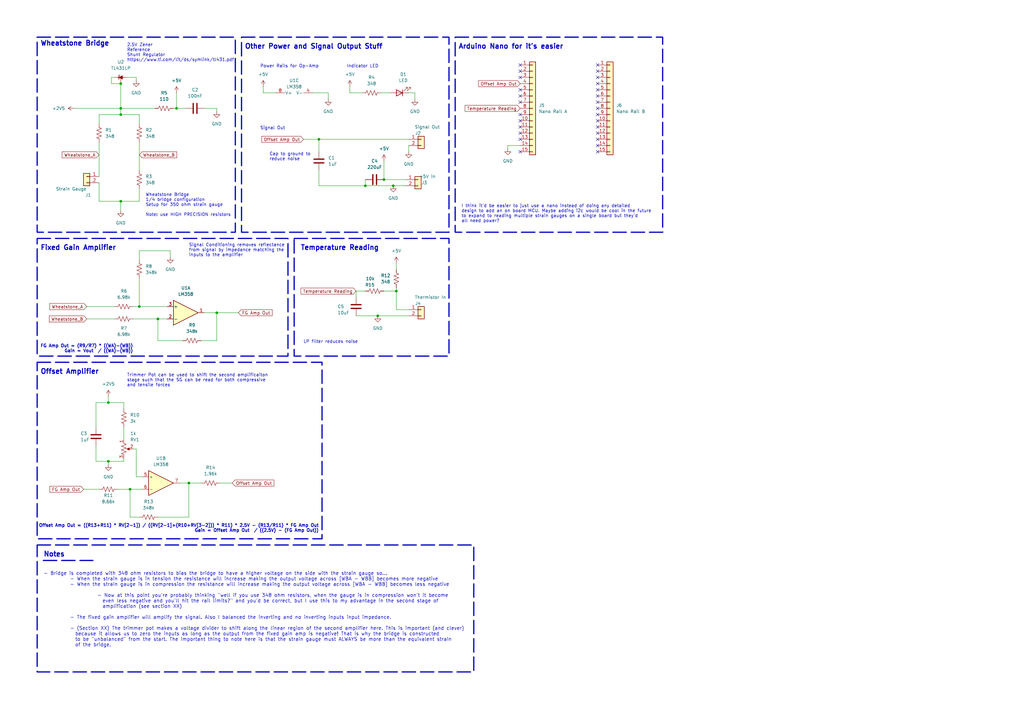
<source format=kicad_sch>
(kicad_sch (version 20230121) (generator eeschema)
  (paper "A3")
  (lib_symbols
    (symbol "Amplifier_Operational:LM358" (pin_names (offset 0.127))
      (property "Reference" "U" (at 0 5.08 0))
      (property "Value" "LM358" (at 0 -5.08 0))
      (symbol "LM358_1_1"
        (polyline (pts (xy -5.08 5.08) (xy 5.08 0) (xy -5.08 -5.08) (xy -5.08 5.08)) (stroke (width 0.254)) (fill (type background)))
        (pin output line (at 7.62 0 180) (length 2.54) (name "~") (number "1"))
        (pin input line (at -7.62 -2.54 0) (length 2.54) (name "-") (number "2"))
        (pin input line (at -7.62 2.54 0) (length 2.54) (name "+") (number "3"))
      )
      (symbol "LM358_2_1"
        (polyline (pts (xy -5.08 5.08) (xy 5.08 0) (xy -5.08 -5.08) (xy -5.08 5.08)) (stroke (width 0.254)) (fill (type background)))
        (pin input line (at -7.62 2.54 0) (length 2.54) (name "+") (number "5"))
        (pin input line (at -7.62 -2.54 0) (length 2.54) (name "-") (number "6"))
        (pin output line (at 7.62 0 180) (length 2.54) (name "~") (number "7"))
      )
      (symbol "LM358_3_1"
        (pin power_in line (at -2.54 -7.62 90) (length 3.81) (name "V-") (number "4"))
        (pin power_in line (at -2.54 7.62 270) (length 3.81) (name "V+") (number "8"))
      )
    )
    (symbol "Connector_Generic:Conn_01x02" (pin_names (offset 1.016) hide)
      (property "Reference" "J" (at 0 2.54 0))
      (property "Value" "Conn_01x02" (at 0 -5.08 0))
      (symbol "Conn_01x02_1_1"
        (rectangle (start -1.27 -2.413) (end 0 -2.667) (stroke (width 0.1524)))
        (rectangle (start -1.27 0.127) (end 0 -0.127) (stroke (width 0.1524)))
        (rectangle (start -1.27 1.27) (end 1.27 -3.81) (stroke (width 0.254)) (fill (type background)))
        (pin passive line (at -5.08 0 0) (length 3.81) (name "Pin_1") (number "1"))
        (pin passive line (at -5.08 -2.54 0) (length 3.81) (name "Pin_2") (number "2"))
      )
    )
    (symbol "Connector_Generic:Conn_01x15" (pin_names (offset 1.016) hide)
      (property "Reference" "J" (at 0 20.32 0))
      (property "Value" "Conn_01x15" (at 0 -20.32 0))
      (symbol "Conn_01x15_1_1"
        (rectangle (start -1.27 -17.653) (end 0 -17.907) (stroke (width 0.1524)))
        (rectangle (start -1.27 -15.113) (end 0 -15.367) (stroke (width 0.1524)))
        (rectangle (start -1.27 -12.573) (end 0 -12.827) (stroke (width 0.1524)))
        (rectangle (start -1.27 -10.033) (end 0 -10.287) (stroke (width 0.1524)))
        (rectangle (start -1.27 -7.493) (end 0 -7.747) (stroke (width 0.1524)))
        (rectangle (start -1.27 -4.953) (end 0 -5.207) (stroke (width 0.1524)))
        (rectangle (start -1.27 -2.413) (end 0 -2.667) (stroke (width 0.1524)))
        (rectangle (start -1.27 0.127) (end 0 -0.127) (stroke (width 0.1524)))
        (rectangle (start -1.27 2.667) (end 0 2.413) (stroke (width 0.1524)))
        (rectangle (start -1.27 5.207) (end 0 4.953) (stroke (width 0.1524)))
        (rectangle (start -1.27 7.747) (end 0 7.493) (stroke (width 0.1524)))
        (rectangle (start -1.27 10.287) (end 0 10.033) (stroke (width 0.1524)))
        (rectangle (start -1.27 12.827) (end 0 12.573) (stroke (width 0.1524)))
        (rectangle (start -1.27 15.367) (end 0 15.113) (stroke (width 0.1524)))
        (rectangle (start -1.27 17.907) (end 0 17.653) (stroke (width 0.1524)))
        (rectangle (start -1.27 19.05) (end 1.27 -19.05) (stroke (width 0.254)) (fill (type background)))
        (pin passive line (at -5.08 17.78 0) (length 3.81) (name "Pin_1") (number "1"))
        (pin passive line (at -5.08 -5.08 0) (length 3.81) (name "Pin_10") (number "10"))
        (pin passive line (at -5.08 -7.62 0) (length 3.81) (name "Pin_11") (number "11"))
        (pin passive line (at -5.08 -10.16 0) (length 3.81) (name "Pin_12") (number "12"))
        (pin passive line (at -5.08 -12.7 0) (length 3.81) (name "Pin_13") (number "13"))
        (pin passive line (at -5.08 -15.24 0) (length 3.81) (name "Pin_14") (number "14"))
        (pin passive line (at -5.08 -17.78 0) (length 3.81) (name "Pin_15") (number "15"))
        (pin passive line (at -5.08 15.24 0) (length 3.81) (name "Pin_2") (number "2"))
        (pin passive line (at -5.08 12.7 0) (length 3.81) (name "Pin_3") (number "3"))
        (pin passive line (at -5.08 10.16 0) (length 3.81) (name "Pin_4") (number "4"))
        (pin passive line (at -5.08 7.62 0) (length 3.81) (name "Pin_5") (number "5"))
        (pin passive line (at -5.08 5.08 0) (length 3.81) (name "Pin_6") (number "6"))
        (pin passive line (at -5.08 2.54 0) (length 3.81) (name "Pin_7") (number "7"))
        (pin passive line (at -5.08 0 0) (length 3.81) (name "Pin_8") (number "8"))
        (pin passive line (at -5.08 -2.54 0) (length 3.81) (name "Pin_9") (number "9"))
      )
    )
    (symbol "Device:C" (pin_numbers hide) (pin_names (offset 0.254))
      (property "Reference" "C" (at 0.635 2.54 0))
      (property "Value" "C" (at 0.635 -2.54 0))
      (symbol "C_0_1"
        (polyline (pts (xy -2.032 -0.762) (xy 2.032 -0.762)) (stroke (width 0.508)))
        (polyline (pts (xy -2.032 0.762) (xy 2.032 0.762)) (stroke (width 0.508)))
      )
      (symbol "C_1_1"
        (pin passive line (at 0 3.81 270) (length 2.794) (name "~") (number "1"))
        (pin passive line (at 0 -3.81 90) (length 2.794) (name "~") (number "2"))
      )
    )
    (symbol "Device:LED" (pin_numbers hide) (pin_names (offset 1.016) hide)
      (property "Reference" "D" (at 0 2.54 0))
      (property "Value" "LED" (at 0 -2.54 0))
      (symbol "LED_0_1"
        (polyline (pts (xy -1.27 -1.27) (xy -1.27 1.27)) (stroke (width 0.254)))
        (polyline (pts (xy -1.27 0) (xy 1.27 0)))
        (polyline (pts (xy 1.27 -1.27) (xy 1.27 1.27) (xy -1.27 0) (xy 1.27 -1.27)) (stroke (width 0.254)))
        (polyline (pts (xy -3.048 -0.762) (xy -4.572 -2.286) (xy -3.81 -2.286) (xy -4.572 -2.286) (xy -4.572 -1.524)))
        (polyline (pts (xy -1.778 -0.762) (xy -3.302 -2.286) (xy -2.54 -2.286) (xy -3.302 -2.286) (xy -3.302 -1.524)))
      )
      (symbol "LED_1_1"
        (pin passive line (at -3.81 0 0) (length 2.54) (name "K") (number "1"))
        (pin passive line (at 3.81 0 180) (length 2.54) (name "A") (number "2"))
      )
    )
    (symbol "Device:R_Potentiometer_US" (pin_names (offset 1.016) hide)
      (property "Reference" "RV" (at -4.445 0 90))
      (property "Value" "R_Potentiometer_US" (at -2.54 0 90))
      (symbol "R_Potentiometer_US_0_1"
        (polyline (pts (xy 0 -2.286) (xy 0 -2.54)))
        (polyline (pts (xy 0 2.54) (xy 0 2.286)))
        (polyline (pts (xy 2.54 0) (xy 1.524 0)))
        (polyline (pts (xy 1.143 0) (xy 2.286 0.508) (xy 2.286 -0.508) (xy 1.143 0)) (fill (type outline)))
        (polyline (pts (xy 0 -0.762) (xy 1.016 -1.143) (xy 0 -1.524) (xy -1.016 -1.905) (xy 0 -2.286)))
        (polyline (pts (xy 0 0.762) (xy 1.016 0.381) (xy 0 0) (xy -1.016 -0.381) (xy 0 -0.762)))
        (polyline (pts (xy 0 2.286) (xy 1.016 1.905) (xy 0 1.524) (xy -1.016 1.143) (xy 0 0.762)))
      )
      (symbol "R_Potentiometer_US_1_1"
        (pin passive line (at 0 3.81 270) (length 1.27) (name "1") (number "1"))
        (pin passive line (at 3.81 0 180) (length 1.27) (name "2") (number "2"))
        (pin passive line (at 0 -3.81 90) (length 1.27) (name "3") (number "3"))
      )
    )
    (symbol "Device:R_US" (pin_numbers hide) (pin_names (offset 0))
      (property "Reference" "R" (at 2.54 0 90))
      (property "Value" "R_US" (at -2.54 0 90))
      (symbol "R_US_0_1"
        (polyline (pts (xy 0 -2.286) (xy 0 -2.54)))
        (polyline (pts (xy 0 2.286) (xy 0 2.54)))
        (polyline (pts (xy 0 -0.762) (xy 1.016 -1.143) (xy 0 -1.524) (xy -1.016 -1.905) (xy 0 -2.286)))
        (polyline (pts (xy 0 0.762) (xy 1.016 0.381) (xy 0 0) (xy -1.016 -0.381) (xy 0 -0.762)))
        (polyline (pts (xy 0 2.286) (xy 1.016 1.905) (xy 0 1.524) (xy -1.016 1.143) (xy 0 0.762)))
      )
      (symbol "R_US_1_1"
        (pin passive line (at 0 3.81 270) (length 1.27) (name "~") (number "1"))
        (pin passive line (at 0 -3.81 90) (length 1.27) (name "~") (number "2"))
      )
    )
    (symbol "Reference_Voltage:TL431LP" (pin_numbers hide) (pin_names hide)
      (property "Reference" "U" (at -2.54 2.54 0))
      (property "Value" "TL431LP" (at 0 -2.54 0))
      (symbol "TL431LP_0_1"
        (polyline (pts (xy -1.27 0) (xy 0 0) (xy 1.27 0)))
        (polyline (pts (xy -0.762 0.762) (xy 0.762 0) (xy -0.762 -0.762)) (fill (type outline)))
        (polyline (pts (xy 0.508 -1.016) (xy 0.762 -0.762) (xy 0.762 0.762) (xy 0.762 0.762)) (stroke (width 0.254)))
      )
      (symbol "TL431LP_1_1"
        (pin passive line (at 0 2.54 270) (length 2.54) (name "REF") (number "1"))
        (pin passive line (at -2.54 0 0) (length 2.54) (name "A") (number "2"))
        (pin passive line (at 2.54 0 180) (length 2.54) (name "K") (number "3"))
      )
    )
    (symbol "power:+2V5" (power) (pin_names (offset 0))
      (property "Value" "+2V5" (at 0 3.556 0))
      (symbol "+2V5_0_1"
        (polyline (pts (xy -0.762 1.27) (xy 0 2.54)))
        (polyline (pts (xy 0 0) (xy 0 2.54)))
        (polyline (pts (xy 0 2.54) (xy 0.762 1.27)))
      )
      (symbol "+2V5_1_1"
        (pin power_in line (at 0 0 90) (length 0) hide (name "+2V5") (number "1"))
      )
    )
    (symbol "power:+5V" (power) (pin_names (offset 0))
      (property "Value" "+5V" (at 0 3.556 0))
      (symbol "+5V_0_1"
        (polyline (pts (xy -0.762 1.27) (xy 0 2.54)))
        (polyline (pts (xy 0 0) (xy 0 2.54)))
        (polyline (pts (xy 0 2.54) (xy 0.762 1.27)))
      )
      (symbol "+5V_1_1"
        (pin power_in line (at 0 0 90) (length 0) hide (name "+5V") (number "1"))
      )
    )
    (symbol "power:GND" (power) (pin_names (offset 0))
      (property "Value" "GND" (at 0 -3.81 0))
      (symbol "GND_0_1"
        (polyline (pts (xy 0 0) (xy 0 -1.27) (xy 1.27 -1.27) (xy 0 -2.54) (xy -1.27 -1.27) (xy 0 -1.27)))
      )
      (symbol "GND_1_1"
        (pin power_in line (at 0 0 270) (length 0) hide (name "GND") (number "1"))
      )
    )
  )
  (junction (at 49.53 46.99))
  (junction (at 88.9 128.27))
  (junction (at 154.94 129.54))
  (junction (at 57.15 125.73))
  (junction (at 49.53 34.29))
  (junction (at 149.86 76.2))
  (junction (at 162.56 119.38))
  (junction (at 44.45 189.23))
  (junction (at 64.77 130.81))
  (junction (at 44.45 165.1))
  (junction (at 49.53 44.45))
  (junction (at 53.34 200.66))
  (junction (at 77.47 198.12))
  (junction (at 161.29 76.2))
  (junction (at 49.53 82.55))
  (junction (at 157.48 73.66))
  (junction (at 72.39 44.45))
  (junction (at 130.81 57.15))
  (no_connect (at 245.11 44.45))
  (no_connect (at 213.36 49.53))
  (no_connect (at 245.11 41.91))
  (no_connect (at 213.36 62.23))
  (no_connect (at 213.36 36.83))
  (no_connect (at 213.36 26.67))
  (no_connect (at 245.11 62.23))
  (no_connect (at 213.36 39.37))
  (no_connect (at 245.11 49.53))
  (no_connect (at 213.36 54.61))
  (no_connect (at 245.11 31.75))
  (no_connect (at 213.36 46.99))
  (no_connect (at 245.11 59.69))
  (no_connect (at 245.11 29.21))
  (no_connect (at 245.11 57.15))
  (no_connect (at 245.11 54.61))
  (no_connect (at 213.36 29.21))
  (no_connect (at 245.11 39.37))
  (no_connect (at 245.11 46.99))
  (no_connect (at 245.11 26.67))
  (no_connect (at 245.11 36.83))
  (no_connect (at 213.36 41.91))
  (no_connect (at 213.36 52.07))
  (no_connect (at 245.11 52.07))
  (no_connect (at 213.36 57.15))
  (no_connect (at 245.11 34.29))
  (no_connect (at 213.36 31.75))
  (wire (pts (xy 162.56 107.95) (xy 162.56 110.49)))
  (wire (pts (xy 130.81 57.15) (xy 130.81 62.23)))
  (wire (pts (xy 143.51 35.56) (xy 143.51 38.1)))
  (wire (pts (xy 167.64 59.69) (xy 167.64 62.23)))
  (wire (pts (xy 53.34 200.66) (xy 58.42 200.66)))
  (wire (pts (xy 167.64 127) (xy 162.56 127)))
  (wire (pts (xy 40.64 74.93) (xy 40.64 82.55)))
  (wire (pts (xy 39.37 165.1) (xy 44.45 165.1)))
  (wire (pts (xy 107.95 35.56) (xy 107.95 38.1)))
  (wire (pts (xy 57.15 58.42) (xy 57.15 69.85)))
  (wire (pts (xy 130.81 57.15) (xy 167.64 57.15)))
  (wire (pts (xy 44.45 189.23) (xy 39.37 189.23)))
  (wire (pts (xy 90.17 198.12) (xy 95.25 198.12)))
  (wire (pts (xy 57.15 77.47) (xy 57.15 82.55)))
  (wire (pts (xy 39.37 189.23) (xy 39.37 182.88)))
  (wire (pts (xy 107.95 38.1) (xy 113.03 38.1)))
  (wire (pts (xy 157.48 66.04) (xy 157.48 73.66)))
  (wire (pts (xy 83.82 128.27) (xy 88.9 128.27)))
  (wire (pts (xy 64.77 130.81) (xy 68.58 130.81)))
  (wire (pts (xy 53.34 212.09) (xy 53.34 200.66)))
  (wire (pts (xy 57.15 106.68) (xy 57.15 102.87)))
  (wire (pts (xy 54.61 184.15) (xy 55.88 184.15)))
  (wire (pts (xy 40.64 58.42) (xy 40.64 72.39)))
  (wire (pts (xy 88.9 45.72) (xy 88.9 44.45)))
  (wire (pts (xy 49.53 82.55) (xy 49.53 86.36)))
  (wire (pts (xy 69.85 102.87) (xy 69.85 105.41)))
  (wire (pts (xy 55.88 31.75) (xy 55.88 33.02)))
  (wire (pts (xy 50.8 165.1) (xy 50.8 167.64)))
  (wire (pts (xy 55.88 184.15) (xy 55.88 195.58)))
  (wire (pts (xy 162.56 127) (xy 162.56 119.38)))
  (wire (pts (xy 44.45 162.56) (xy 44.45 165.1)))
  (wire (pts (xy 49.53 44.45) (xy 49.53 46.99)))
  (wire (pts (xy 40.64 46.99) (xy 49.53 46.99)))
  (wire (pts (xy 49.53 46.99) (xy 57.15 46.99)))
  (wire (pts (xy 48.26 200.66) (xy 53.34 200.66)))
  (wire (pts (xy 77.47 198.12) (xy 82.55 198.12)))
  (wire (pts (xy 134.62 38.1) (xy 134.62 40.64)))
  (wire (pts (xy 208.28 59.69) (xy 213.36 59.69)))
  (wire (pts (xy 55.88 195.58) (xy 58.42 195.58)))
  (wire (pts (xy 154.94 129.54) (xy 167.64 129.54)))
  (wire (pts (xy 88.9 128.27) (xy 97.79 128.27)))
  (wire (pts (xy 50.8 187.96) (xy 50.8 189.23)))
  (wire (pts (xy 88.9 139.7) (xy 82.55 139.7)))
  (wire (pts (xy 35.56 125.73) (xy 46.99 125.73)))
  (wire (pts (xy 46.99 31.75) (xy 45.72 31.75)))
  (wire (pts (xy 35.56 130.81) (xy 46.99 130.81)))
  (wire (pts (xy 149.86 73.66) (xy 149.86 76.2)))
  (wire (pts (xy 50.8 189.23) (xy 44.45 189.23)))
  (wire (pts (xy 130.81 76.2) (xy 149.86 76.2)))
  (wire (pts (xy 49.53 44.45) (xy 63.5 44.45)))
  (wire (pts (xy 45.72 31.75) (xy 45.72 34.29)))
  (wire (pts (xy 130.81 69.85) (xy 130.81 76.2)))
  (wire (pts (xy 156.21 38.1) (xy 160.02 38.1)))
  (wire (pts (xy 49.53 82.55) (xy 57.15 82.55)))
  (wire (pts (xy 128.27 38.1) (xy 134.62 38.1)))
  (wire (pts (xy 72.39 38.1) (xy 72.39 44.45)))
  (wire (pts (xy 45.72 34.29) (xy 49.53 34.29)))
  (wire (pts (xy 146.05 129.54) (xy 154.94 129.54)))
  (wire (pts (xy 49.53 34.29) (xy 49.53 44.45)))
  (wire (pts (xy 146.05 121.92) (xy 146.05 119.38)))
  (wire (pts (xy 34.29 200.66) (xy 40.64 200.66)))
  (wire (pts (xy 40.64 82.55) (xy 49.53 82.55)))
  (wire (pts (xy 73.66 198.12) (xy 77.47 198.12)))
  (wire (pts (xy 50.8 175.26) (xy 50.8 180.34)))
  (wire (pts (xy 44.45 165.1) (xy 50.8 165.1)))
  (wire (pts (xy 44.45 189.23) (xy 44.45 190.5)))
  (wire (pts (xy 170.18 38.1) (xy 170.18 40.64)))
  (wire (pts (xy 74.93 139.7) (xy 64.77 139.7)))
  (wire (pts (xy 149.86 76.2) (xy 161.29 76.2)))
  (wire (pts (xy 88.9 44.45) (xy 83.82 44.45)))
  (wire (pts (xy 124.46 57.15) (xy 130.81 57.15)))
  (wire (pts (xy 54.61 130.81) (xy 64.77 130.81)))
  (wire (pts (xy 39.37 175.26) (xy 39.37 165.1)))
  (wire (pts (xy 143.51 38.1) (xy 148.59 38.1)))
  (wire (pts (xy 57.15 46.99) (xy 57.15 50.8)))
  (wire (pts (xy 64.77 139.7) (xy 64.77 130.81)))
  (wire (pts (xy 40.64 46.99) (xy 40.64 50.8)))
  (wire (pts (xy 57.15 114.3) (xy 57.15 125.73)))
  (wire (pts (xy 157.48 73.66) (xy 166.37 73.66)))
  (wire (pts (xy 64.77 212.09) (xy 77.47 212.09)))
  (wire (pts (xy 146.05 119.38) (xy 149.86 119.38)))
  (wire (pts (xy 57.15 212.09) (xy 53.34 212.09)))
  (wire (pts (xy 57.15 125.73) (xy 68.58 125.73)))
  (wire (pts (xy 208.28 60.96) (xy 208.28 59.69)))
  (wire (pts (xy 77.47 212.09) (xy 77.47 198.12)))
  (wire (pts (xy 30.48 44.45) (xy 49.53 44.45)))
  (wire (pts (xy 52.07 31.75) (xy 55.88 31.75)))
  (wire (pts (xy 161.29 76.2) (xy 166.37 76.2)))
  (wire (pts (xy 57.15 102.87) (xy 69.85 102.87)))
  (wire (pts (xy 71.12 44.45) (xy 72.39 44.45)))
  (wire (pts (xy 162.56 119.38) (xy 162.56 118.11)))
  (wire (pts (xy 88.9 128.27) (xy 88.9 139.7)))
  (wire (pts (xy 157.48 119.38) (xy 162.56 119.38)))
  (wire (pts (xy 72.39 44.45) (xy 76.2 44.45)))
  (wire (pts (xy 167.64 38.1) (xy 170.18 38.1)))
  (wire (pts (xy 54.61 125.73) (xy 57.15 125.73)))
  (rectangle (start 186.69 15.24) (end 271.78 95.25) (stroke (width 0.5) (type dash)))
  (rectangle (start 99.06 15.24) (end 184.15 95.25) (stroke (width 0.5) (type dash)))
  (rectangle (start 15.24 15.24) (end 96.52 95.25) (stroke (width 0.5) (type dash)))
  (rectangle (start 15.24 97.79) (end 118.11 146.05) (stroke (width 0.5) (type dash)))
  (rectangle (start 17.78 229.87) (end 38.1 229.87) (stroke (width 0.5) (type dash)))
  (rectangle (start 120.65 97.79) (end 184.15 146.05) (stroke (width 0.5) (type dash)))
  (rectangle (start 15.24 148.59) (end 132.08 220.98) (stroke (width 0.5) (type dash)))
  (rectangle (start 15.24 223.52) (end 194.31 275.59) (stroke (width 0.5) (type dash)))
  (text "- Bridge is completed with 348 ohm resistors to bias the bridge to have a higher voltage on the side with the strain gauge so...\n		- When the strain gauge is in tension the resistance will increase making the output voltage across [WBA - WBB] becomes more negative\n		- When the strain gauge is in compression the resistance will increase making the output voltage across [WBA - WBB] becomes less negative\n\n				- Now at this point you're probably thinking \"well if you use 348 ohm resistors, when the gauge is in compression won't it become \n				  even less negative and you'll hit the rail limits?\" and you'd be correct, but I use this to my advantage in the second stage of \n				  amplification (see section XX)\n\n		- The fixed gain amplifier will amplify the signal. Also I balanced the inverting and no inverting inputs input impedance. \n\n		- (Section XX) The trimmer pot makes a voltage divider to shift along the linear region of the second amplifier here. This is important (and clever)\n		  because it allows us to zero the inputs as long as the output from the fixed gain amp is negative! That is why the bridge is constructed\n		  to be \"unbalanced\" from the start. The important thing to note here is that the strain gauge must ALWAYS be more than the equivalent strain \n		  of the bridge. " (at 17.78 265.43 0) (effects (font (size 1.4 1.4)) (justify left bottom)))
  (text "Cap to ground to \nreduce noise" (at 110.49 66.04 0) (effects (font (size 1.27 1.27)) (justify left bottom)))
  (text "Offset Amplifier" (at 16.51 153.67 0) (effects (font (size 2 2) (thickness 0.4) bold) (justify left bottom)))
  (text "Fixed Gain Amplifier" (at 16.51 102.87 0) (effects (font (size 2 2) (thickness 0.4) bold) (justify left bottom)))
  (text "Wheatstone Bridge\n1/4 bridge configuration\nSetup for 350 ohm strain gauge\n\nNote: use HIGH PRECISION resistors\n" (at 59.69 88.9 0) (effects (font (size 1.27 1.27)) (justify left bottom)))
  (text "FG Amp Out = (R9/R7) * ((WA)-(WB))\n      Gain = Vout  / ((WA)-(WB))" (at 54.61 144.78 0) (effects (font (size 1.27 1.27) (thickness 0.254) bold) (justify right bottom)))
  (text "Arduino Nano for it's easier" (at 187.96 20.32 0) (effects (font (size 2 2) (thickness 0.4) bold) (justify left bottom)))
  (text "2.5V Zener \nReference\nShunt Regulator\nhttps://www.ti.com/lit/ds/symlink/tl431.pdf" (at 52.07 25.4 0) (effects (font (size 1.27 1.27)) (justify left bottom)))
  (text "Signal Out" (at 106.68 53.34 0) (effects (font (size 1.27 1.27)) (justify left bottom)))
  (text "Signal Conditioning removes reflectance\nfrom signal by impedance matching the\ninputs to the amplifier" (at 77.47 105.41 0) (effects (font (size 1.27 1.27)) (justify left bottom)))
  (text "Indicator LED" (at 142.24 27.94 0) (effects (font (size 1.27 1.27)) (justify left bottom)))
  (text "Trimmer Pot can be used to shift the second amplificaiton\nstage such that the SG can be read for both compressive\nand tensile forces" (at 52.07 158.75 0) (effects (font (size 1.27 1.27)) (justify left bottom)))
  (text "Notes\n" (at 17.78 228.6 0) (effects (font (size 2 2) (thickness 0.4) bold) (justify left bottom)))
  (text "Other Power and Signal Output Stuff" (at 100.33 20.32 0) (effects (font (size 2 2) (thickness 0.4) bold) (justify left bottom)))
  (text "I think it'd be easier to just use a nano instead of doing any detailed\ndesign to add an on board MCU. Maybe adding i2c would be cool in the future\nto expand to reading multiple strain gauges on a single board but they'd \nall need power?" (at 189.23 91.44 0) (effects (font (size 1.27 1.27)) (justify left bottom)))
  (text "Temperature Reading" (at 123.19 102.87 0) (effects (font (size 2 2) (thickness 0.4) bold) (justify left bottom)))
  (text "Offset Amp Out = ((R13+R11) * RV[2-1]) / ((RV[2-1]+(R10+RV[3-2])) * R11) * 2.5V - (R13/R11) * FG Amp Out\n      														Gain = Offset Amp Out  / ((2.5V) - (FG Amp Out))" (at 130.81 218.44 0) (effects (font (size 1.27 1.27) (thickness 0.254) bold) (justify right bottom)))
  (text "LP filter reduces noise" (at 124.46 140.97 0) (effects (font (size 1.27 1.27)) (justify left bottom)))
  (text "Power Rails for Op-Amp" (at 106.68 27.94 0) (effects (font (size 1.27 1.27)) (justify left bottom)))
  (text "Wheatstone Bridge" (at 16.51 19.05 0) (effects (font (size 2 2) (thickness 0.4) bold) (justify left bottom)))
  (global_label "Temperature Reading" (shape input) (at 146.05 119.38 180) (property "Intersheetrefs" "${INTERSHEET_REFS}" (effects hide)))
  (global_label "Wheatstone_A" (shape input) (at 40.64 63.5 180) (property "Intersheetrefs" "${INTERSHEET_REFS}" (effects hide)))
  (global_label "Temperature Reading" (shape input) (at 213.36 44.45 180) (property "Intersheetrefs" "${INTERSHEET_REFS}" (effects hide)))
  (global_label "Offset Amp Out" (shape input) (at 213.36 34.29 180) (property "Intersheetrefs" "${INTERSHEET_REFS}" (effects hide)))
  (global_label "Offset Amp Out" (shape input) (at 95.25 198.12 0) (property "Intersheetrefs" "${INTERSHEET_REFS}" (effects hide)))
  (global_label "Offset Amp Out" (shape input) (at 124.46 57.15 180) (property "Intersheetrefs" "${INTERSHEET_REFS}" (effects hide)))
  (global_label "Wheatstone_B" (shape input) (at 35.56 130.81 180) (property "Intersheetrefs" "${INTERSHEET_REFS}" (effects hide)))
  (global_label "FG Amp Out" (shape input) (at 34.29 200.66 180) (property "Intersheetrefs" "${INTERSHEET_REFS}" (effects hide)))
  (global_label "Wheatstone_B" (shape input) (at 57.15 63.5 0) (property "Intersheetrefs" "${INTERSHEET_REFS}" (effects hide)))
  (global_label "FG Amp Out" (shape input) (at 97.79 128.27 0) (property "Intersheetrefs" "${INTERSHEET_REFS}" (effects hide)))
  (global_label "Wheatstone_A" (shape input) (at 35.56 125.73 180) (property "Intersheetrefs" "${INTERSHEET_REFS}" (effects hide)))
  (symbol (lib_id "Connector_Generic:Conn_01x15") (at 250.19 44.45 0) (unit 1)
    (property "Reference" "J6" (at 252.73 43.18 0) (effects (justify left)))
    (property "Value" "Nano Rail B" (at 252.73 45.72 0) (effects (justify left)))
    (property "Footprint" "Connector_PinSocket_2.54mm:PinSocket_1x15_P2.54mm_Vertical" (effects hide))
  )
  (symbol (lib_id "Amplifier_Operational:LM358") (at 66.04 198.12 0) (unit 2)
    (property "Reference" "U1" (at 66.04 187.96 0))
    (property "Value" "LM358" (at 66.04 190.5 0))
    (property "Footprint" "Package_DIP:DIP-8_W7.62mm" (effects hide))
    (property "Datasheet" "http://www.ti.com/lit/ds/symlink/lm2904-n.pdf" (effects hide))
  )
  (symbol (lib_id "power:GND") (at 88.9 45.72 0) (unit 1)
    (property "Reference" "#PWR02" (effects hide))
    (property "Value" "GND" (at 88.9 50.8 0))
  )
  (symbol (lib_id "Connector_Generic:Conn_01x02") (at 35.56 72.39 0) (mirror y) (unit 1)
    (property "Reference" "J1" (at 36.195 80.01 0))
    (property "Value" "Strain Gauge" (at 29.21 77.47 0))
    (property "Footprint" "TerminalBlock_Phoenix:TerminalBlock_Phoenix_MKDS-1,5-2-5.08_1x02_P5.08mm_Horizontal" (effects hide))
  )
  (symbol (lib_id "Device:R_US") (at 67.31 44.45 90) (unit 1)
    (property "Reference" "R5" (at 67.31 38.1 90))
    (property "Value" "110" (at 67.31 40.64 90))
    (property "Footprint" "Resistor_SMD:R_1206_3216Metric" (effects hide))
  )
  (symbol (lib_id "Device:R_US") (at 44.45 200.66 90) (unit 1)
    (property "Reference" "R11" (at 44.45 203.2 90))
    (property "Value" "8.66k" (at 44.45 205.74 90))
    (property "Footprint" "Resistor_SMD:R_1206_3216Metric" (effects hide))
  )
  (symbol (lib_id "Device:R_US") (at 78.74 139.7 270) (unit 1)
    (property "Reference" "R9" (at 78.74 133.35 90))
    (property "Value" "348k" (at 78.74 135.89 90))
    (property "Footprint" "Resistor_SMD:R_1206_3216Metric" (effects hide))
  )
  (symbol (lib_id "power:+5V") (at 107.95 35.56 0) (unit 1)
    (property "Reference" "#PWR09" (effects hide))
    (property "Value" "+5V" (at 107.95 30.48 0))
  )
  (symbol (lib_id "Device:R_US") (at 40.64 54.61 0) (unit 1)
    (property "Reference" "R1" (at 43.18 53.34 0) (effects (justify left)))
    (property "Value" "348" (at 43.18 55.88 0) (effects (justify left)))
    (property "Footprint" "LED_SMD:LED_1206_3216Metric" (effects hide))
  )
  (symbol (lib_id "power:+5V") (at 157.48 66.04 0) (unit 1)
    (property "Reference" "#PWR013" (effects hide))
    (property "Value" "+5V" (at 157.48 60.96 0))
  )
  (symbol (lib_id "Device:R_Potentiometer_US") (at 50.8 184.15 0) (unit 1)
    (property "Reference" "RV1" (at 57.15 180.34 0) (effects (justify right)))
    (property "Value" "1k" (at 55.88 177.8 0) (effects (justify right)))
    (property "Footprint" "Potentiometer_THT:Potentiometer_Bourns_3266Y_Vertical" (effects hide))
  )
  (symbol (lib_id "power:GND") (at 134.62 40.64 0) (unit 1)
    (property "Reference" "#PWR010" (effects hide))
    (property "Value" "GND" (at 134.62 45.72 0))
  )
  (symbol (lib_id "Device:R_US") (at 60.96 212.09 270) (unit 1)
    (property "Reference" "R13" (at 60.96 205.74 90))
    (property "Value" "348k" (at 60.96 208.28 90))
    (property "Footprint" "Resistor_SMD:R_1206_3216Metric" (effects hide))
  )
  (symbol (lib_id "power:+2V5") (at 44.45 162.56 0) (unit 1)
    (property "Reference" "#PWR07" (effects hide))
    (property "Value" "+2V5" (at 44.45 157.48 0))
  )
  (symbol (lib_id "Device:C") (at 146.05 125.73 180) (unit 1)
    (property "Reference" "C5" (at 138.43 125.73 0) (effects (justify right)))
    (property "Value" "10uF" (at 138.43 128.27 0) (effects (justify right)))
    (property "Footprint" "Capacitor_SMD:C_1206_3216Metric" (effects hide))
  )
  (symbol (lib_id "power:GND") (at 44.45 190.5 0) (unit 1)
    (property "Reference" "#PWR08" (effects hide))
    (property "Value" "GND" (at 44.45 195.58 0))
  )
  (symbol (lib_id "Device:R_US") (at 50.8 171.45 0) (unit 1)
    (property "Reference" "R10" (at 53.34 170.18 0) (effects (justify left)))
    (property "Value" "3k" (at 53.34 172.72 0) (effects (justify left)))
    (property "Footprint" "Resistor_SMD:R_1206_3216Metric" (effects hide))
  )
  (symbol (lib_id "Device:R_US") (at 86.36 198.12 270) (unit 1)
    (property "Reference" "R14" (at 86.36 191.77 90))
    (property "Value" "1.96k" (at 86.36 194.31 90))
    (property "Footprint" "Resistor_SMD:R_1206_3216Metric" (effects hide))
  )
  (symbol (lib_id "Device:R_US") (at 50.8 125.73 90) (unit 1)
    (property "Reference" "R6" (at 50.8 119.38 90))
    (property "Value" "6.98k" (at 50.8 121.92 90))
    (property "Footprint" "Resistor_SMD:R_1206_3216Metric" (effects hide))
  )
  (symbol (lib_id "Amplifier_Operational:LM358") (at 76.2 128.27 0) (unit 1)
    (property "Reference" "U1" (at 76.2 118.11 0))
    (property "Value" "LM358" (at 76.2 120.65 0))
    (property "Footprint" "Package_DIP:DIP-8_W7.62mm" (effects hide))
    (property "Datasheet" "http://www.ti.com/lit/ds/symlink/lm2904-n.pdf" (effects hide))
  )
  (symbol (lib_id "Device:R_US") (at 57.15 110.49 180) (unit 1)
    (property "Reference" "R8" (at 59.69 109.22 0) (effects (justify right)))
    (property "Value" "348k" (at 59.69 111.76 0) (effects (justify right)))
    (property "Footprint" "Resistor_SMD:R_1206_3216Metric" (effects hide))
  )
  (symbol (lib_id "Connector_Generic:Conn_01x15") (at 218.44 44.45 0) (unit 1)
    (property "Reference" "J5" (at 220.98 43.18 0) (effects (justify left)))
    (property "Value" "Nano Rail A" (at 220.98 45.72 0) (effects (justify left)))
    (property "Footprint" "Connector_PinSocket_2.54mm:PinSocket_1x15_P2.54mm_Vertical" (effects hide))
  )
  (symbol (lib_id "Reference_Voltage:TL431LP") (at 49.53 31.75 180) (unit 1)
    (property "Reference" "U2" (at 49.53 25.4 0))
    (property "Value" "TL431LP" (at 49.53 27.94 0))
    (property "Footprint" "Package_TO_SOT_THT:TO-92_Inline" (effects hide))
    (property "Datasheet" "http://www.ti.com/lit/ds/symlink/tl431.pdf" (effects hide))
  )
  (symbol (lib_id "Device:C") (at 130.81 66.04 0) (unit 1)
    (property "Reference" "C1" (at 134.62 64.77 0) (effects (justify left)))
    (property "Value" "1uF" (at 134.62 67.31 0) (effects (justify left)))
    (property "Footprint" "Capacitor_SMD:C_1206_3216Metric" (effects hide))
  )
  (symbol (lib_id "power:GND") (at 55.88 33.02 0) (unit 1)
    (property "Reference" "#PWR01" (effects hide))
    (property "Value" "GND" (at 55.88 38.1 0))
  )
  (symbol (lib_id "Device:R_US") (at 57.15 54.61 0) (unit 1)
    (property "Reference" "R2" (at 59.69 53.34 0) (effects (justify left)))
    (property "Value" "348" (at 59.69 55.88 0) (effects (justify left)))
    (property "Footprint" "Resistor_SMD:R_1206_3216Metric" (effects hide))
  )
  (symbol (lib_id "power:GND") (at 167.64 62.23 0) (unit 1)
    (property "Reference" "#PWR014" (effects hide))
    (property "Value" "GND" (at 167.64 67.31 0))
  )
  (symbol (lib_id "Connector_Generic:Conn_01x02") (at 172.72 57.15 0) (unit 1)
    (property "Reference" "J2" (at 171.45 54.61 0))
    (property "Value" "Signal Out" (at 175.26 52.07 0))
    (property "Footprint" "TerminalBlock_Phoenix:TerminalBlock_Phoenix_MKDS-1,5-2-5.08_1x02_P5.08mm_Horizontal" (effects hide))
  )
  (symbol (lib_id "Device:C") (at 80.01 44.45 90) (unit 1)
    (property "Reference" "C2" (at 80.01 36.83 90))
    (property "Value" "100nF" (at 80.01 39.37 90))
    (property "Footprint" "Capacitor_SMD:C_1206_3216Metric" (effects hide))
  )
  (symbol (lib_id "power:GND") (at 208.28 60.96 0) (unit 1)
    (property "Reference" "#PWR018" (effects hide))
    (property "Value" "GND" (at 208.28 66.04 0))
  )
  (symbol (lib_id "Device:R_US") (at 152.4 38.1 90) (unit 1)
    (property "Reference" "R4" (at 152.4 31.75 90))
    (property "Value" "348" (at 152.4 34.29 90))
    (property "Footprint" "Resistor_SMD:R_1206_3216Metric" (effects hide))
  )
  (symbol (lib_id "power:+5V") (at 143.51 35.56 0) (unit 1)
    (property "Reference" "#PWR011" (effects hide))
    (property "Value" "+5V" (at 143.51 30.48 0))
  )
  (symbol (lib_id "power:GND") (at 49.53 86.36 0) (unit 1)
    (property "Reference" "#PWR05" (effects hide))
    (property "Value" "GND" (at 49.53 91.44 0))
  )
  (symbol (lib_id "Device:R_US") (at 50.8 130.81 90) (unit 1)
    (property "Reference" "R7" (at 50.8 134.62 90))
    (property "Value" "6.98k" (at 50.8 137.16 90))
    (property "Footprint" "Resistor_SMD:R_1206_3216Metric" (effects hide))
  )
  (symbol (lib_id "power:GND") (at 69.85 105.41 0) (unit 1)
    (property "Reference" "#PWR06" (effects hide))
    (property "Value" "GND" (at 69.85 110.49 0))
  )
  (symbol (lib_id "power:+5V") (at 162.56 107.95 0) (unit 1)
    (property "Reference" "#PWR016" (effects hide))
    (property "Value" "+5V" (at 162.56 102.87 0))
  )
  (symbol (lib_id "power:GND") (at 161.29 76.2 0) (unit 1)
    (property "Reference" "#PWR015" (effects hide))
    (property "Value" "GND" (at 161.29 81.28 0))
  )
  (symbol (lib_id "Device:R_US") (at 57.15 73.66 0) (unit 1)
    (property "Reference" "R3" (at 59.69 72.39 0) (effects (justify left)))
    (property "Value" "348" (at 59.69 74.93 0) (effects (justify left)))
    (property "Footprint" "Resistor_SMD:R_1206_3216Metric" (effects hide))
  )
  (symbol (lib_id "power:+5V") (at 72.39 38.1 0) (unit 1)
    (property "Reference" "#PWR03" (effects hide))
    (property "Value" "+5V" (at 72.39 33.02 0))
  )
  (symbol (lib_id "power:GND") (at 170.18 40.64 0) (unit 1)
    (property "Reference" "#PWR012" (effects hide))
    (property "Value" "GND" (at 170.18 45.72 0))
  )
  (symbol (lib_id "Device:C") (at 153.67 73.66 90) (unit 1)
    (property "Reference" "C4" (at 153.67 66.04 90))
    (property "Value" "220uF" (at 153.67 68.58 90))
    (property "Footprint" "Capacitor_SMD:C_1206_3216Metric" (effects hide))
  )
  (symbol (lib_id "power:+2V5") (at 30.48 44.45 90) (unit 1)
    (property "Reference" "#PWR04" (effects hide))
    (property "Value" "+2V5" (at 26.67 44.45 90) (effects (justify left)))
  )
  (symbol (lib_id "Device:R_US") (at 162.56 114.3 0) (unit 1)
    (property "Reference" "R12" (at 156.21 113.03 0) (effects (justify left)))
    (property "Value" "348" (at 156.21 115.57 0) (effects (justify left)))
    (property "Footprint" "Resistor_SMD:R_1206_3216Metric" (effects hide))
  )
  (symbol (lib_id "Amplifier_Operational:LM358") (at 120.65 35.56 90) (unit 3)
    (property "Reference" "U1" (at 120.65 33.02 90))
    (property "Value" "LM358" (at 120.65 35.56 90))
    (property "Footprint" "Package_DIP:DIP-8_W7.62mm" (effects hide))
    (property "Datasheet" "http://www.ti.com/lit/ds/symlink/lm2904-n.pdf" (effects hide))
  )
  (symbol (lib_id "Device:C") (at 39.37 179.07 0) (unit 1)
    (property "Reference" "C3" (at 33.02 177.8 0) (effects (justify left)))
    (property "Value" "1uF" (at 33.02 180.34 0) (effects (justify left)))
    (property "Footprint" "Capacitor_SMD:C_1206_3216Metric" (effects hide))
  )
  (symbol (lib_id "Device:LED") (at 163.83 38.1 180) (unit 1)
    (property "Reference" "D1" (at 165.4175 30.48 0))
    (property "Value" "LED" (at 165.4175 33.02 0))
    (property "Footprint" "LED_SMD:LED_1206_3216Metric" (effects hide))
  )
  (symbol (lib_id "Connector_Generic:Conn_01x02") (at 171.45 73.66 0) (unit 1)
    (property "Reference" "J3" (at 173.99 74.93 0))
    (property "Value" "+5V in" (at 175.26 72.39 0))
    (property "Footprint" "Connector_BarrelJack:BarrelJack_CUI_PJ-063AH_Horizontal" (effects hide))
  )
  (symbol (lib_id "Device:R_US") (at 153.67 119.38 90) (unit 1)
    (property "Reference" "R15" (at 153.67 116.84 90) (effects (justify left)))
    (property "Value" "10k" (at 153.67 114.3 90) (effects (justify left)))
    (property "Footprint" "Resistor_SMD:R_1206_3216Metric" (effects hide))
  )
  (symbol (lib_id "power:GND") (at 154.94 129.54 0) (unit 1)
    (property "Reference" "#PWR017" (effects hide))
    (property "Value" "GND" (at 154.94 134.62 0))
  )
  (symbol (lib_id "Connector_Generic:Conn_01x02") (at 172.72 127 0) (unit 1)
    (property "Reference" "J4" (at 171.45 124.46 0))
    (property "Value" "Thermistor In" (at 176.53 121.92 0))
    (property "Footprint" "TerminalBlock_Phoenix:TerminalBlock_Phoenix_MKDS-1,5-2-5.08_1x02_P5.08mm_Horizontal" (effects hide))
  )
)
</source>
